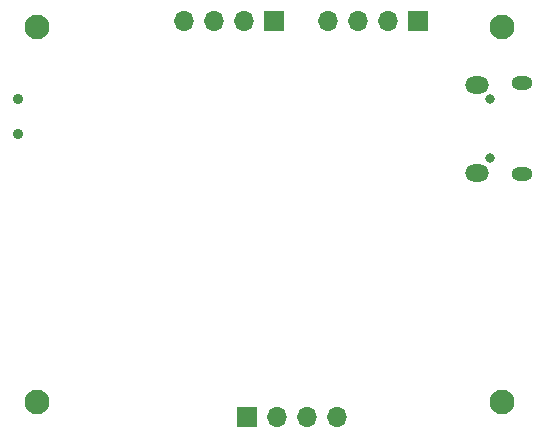
<source format=gbr>
%TF.GenerationSoftware,KiCad,Pcbnew,(6.0.8)*%
%TF.CreationDate,2023-08-22T19:06:44+05:30*%
%TF.ProjectId,stmwork,73746d77-6f72-46b2-9e6b-696361645f70,v1*%
%TF.SameCoordinates,Original*%
%TF.FileFunction,Soldermask,Bot*%
%TF.FilePolarity,Negative*%
%FSLAX46Y46*%
G04 Gerber Fmt 4.6, Leading zero omitted, Abs format (unit mm)*
G04 Created by KiCad (PCBNEW (6.0.8)) date 2023-08-22 19:06:44*
%MOMM*%
%LPD*%
G01*
G04 APERTURE LIST*
%ADD10C,0.900000*%
%ADD11R,1.700000X1.700000*%
%ADD12O,1.700000X1.700000*%
%ADD13C,2.100000*%
%ADD14O,0.800000X0.800000*%
%ADD15O,1.800000X1.150000*%
%ADD16O,2.000000X1.450000*%
G04 APERTURE END LIST*
D10*
%TO.C,SW1*%
X111430000Y-59460000D03*
X111430000Y-62460000D03*
%TD*%
D11*
%TO.C,J2*%
X133096000Y-52832000D03*
D12*
X130556000Y-52832000D03*
X128016000Y-52832000D03*
X125476000Y-52832000D03*
%TD*%
D13*
%TO.C,H3*%
X152400000Y-53340000D03*
%TD*%
D11*
%TO.C,J4*%
X145288000Y-52832000D03*
D12*
X142748000Y-52832000D03*
X140208000Y-52832000D03*
X137668000Y-52832000D03*
%TD*%
D13*
%TO.C,H4*%
X113030000Y-53340000D03*
%TD*%
D11*
%TO.C,J1*%
X130820000Y-86360000D03*
D12*
X133360000Y-86360000D03*
X135900000Y-86360000D03*
X138440000Y-86360000D03*
%TD*%
D14*
%TO.C,J3*%
X151353000Y-59481000D03*
X151353000Y-64481000D03*
D15*
X154103000Y-65856000D03*
X154103000Y-58106000D03*
D16*
X150303000Y-58256000D03*
X150303000Y-65706000D03*
%TD*%
D13*
%TO.C,H1*%
X113030000Y-85090000D03*
%TD*%
%TO.C,H2*%
X152400000Y-85090000D03*
%TD*%
M02*

</source>
